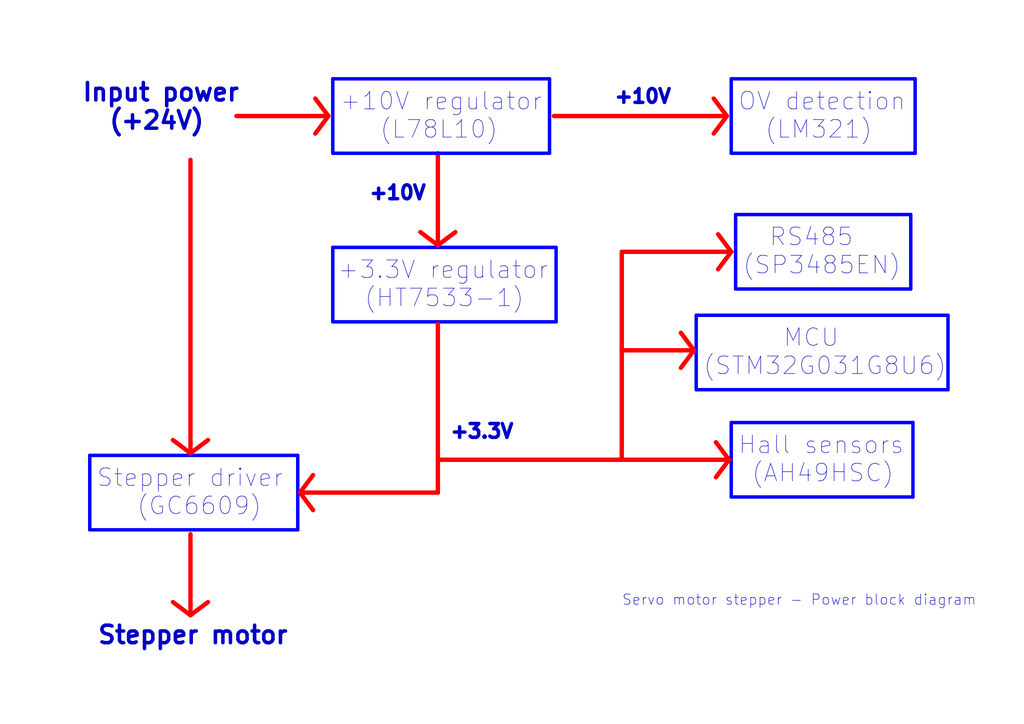
<source format=kicad_sch>
(kicad_sch
	(version 20231120)
	(generator "eeschema")
	(generator_version "8.0")
	(uuid "55f62029-af66-4168-97aa-c791fab7ce0f")
	(paper "A4")
	(title_block
		(title "Servo motor stepper M3 -  Power block diagram")
		(date "2024-11-26")
		(rev "V11RC4")
	)
	(lib_symbols)
	(polyline
		(pts
			(xy 127 70.485) (xy 127 44.45)
		)
		(stroke
			(width 1.27)
			(type solid)
			(color 255 0 0 1)
		)
		(uuid "0760f922-2895-47c8-a6ac-e5453a24274d")
	)
	(polyline
		(pts
			(xy 96.52 71.755) (xy 96.52 93.345)
		)
		(stroke
			(width 1)
			(type solid)
			(color 0 0 255 1)
		)
		(uuid "08c47f13-917d-4967-bdcf-cab49ca7036e")
	)
	(polyline
		(pts
			(xy 201.93 91.44) (xy 274.955 91.44)
		)
		(stroke
			(width 1)
			(type solid)
			(color 0 0 255 1)
		)
		(uuid "099af3c6-e3ba-45f4-b115-78786c9de062")
	)
	(polyline
		(pts
			(xy 26.035 132.08) (xy 86.36 132.08)
		)
		(stroke
			(width 1)
			(type solid)
			(color 0 0 255 1)
		)
		(uuid "0ba0ecb6-3dc6-4de1-9b14-3b7c63aa9e7a")
	)
	(polyline
		(pts
			(xy 96.52 22.86) (xy 96.52 44.45)
		)
		(stroke
			(width 1)
			(type solid)
			(color 0 0 255 1)
		)
		(uuid "0ee46013-6e34-43a2-8af6-0693c051eacf")
	)
	(polyline
		(pts
			(xy 212.09 22.86) (xy 212.09 44.45)
		)
		(stroke
			(width 1)
			(type solid)
			(color 0 0 255 1)
		)
		(uuid "128a59eb-eaaf-451f-983f-338d4ba8ee69")
	)
	(polyline
		(pts
			(xy 90.805 147.955) (xy 86.995 142.875)
		)
		(stroke
			(width 1.27)
			(type solid)
			(color 255 0 0 1)
		)
		(uuid "1aa5f4c7-b818-4ec8-9295-80ca81b64cf7")
	)
	(polyline
		(pts
			(xy 207.01 28.575) (xy 210.82 33.655)
		)
		(stroke
			(width 1.27)
			(type solid)
			(color 255 0 0 1)
		)
		(uuid "20153b9a-29ce-4242-9855-7c2667f4ca7e")
	)
	(polyline
		(pts
			(xy 264.16 62.23) (xy 264.16 83.82)
		)
		(stroke
			(width 1)
			(type solid)
			(color 0 0 255 1)
		)
		(uuid "2046a2cc-5efb-4571-9198-a8edae1c2bae")
	)
	(polyline
		(pts
			(xy 60.325 174.625) (xy 55.245 178.435)
		)
		(stroke
			(width 1.27)
			(type solid)
			(color 255 0 0 1)
		)
		(uuid "23e82d5a-b466-4558-b326-a9fdf51f09f5")
	)
	(polyline
		(pts
			(xy 264.795 122.555) (xy 264.795 144.145)
		)
		(stroke
			(width 1)
			(type solid)
			(color 0 0 255 1)
		)
		(uuid "2428bfad-0835-479a-a280-ebaeda221c39")
	)
	(polyline
		(pts
			(xy 55.245 131.445) (xy 50.165 127.635)
		)
		(stroke
			(width 1.27)
			(type solid)
			(color 255 0 0 1)
		)
		(uuid "29e97d34-7e5e-4696-b8e9-50a7155d98c8")
	)
	(polyline
		(pts
			(xy 159.385 44.45) (xy 96.52 44.45)
		)
		(stroke
			(width 1)
			(type solid)
			(color 0 0 255 1)
		)
		(uuid "2a516e6a-7e5e-428c-b6d7-67e08c240ef1")
	)
	(polyline
		(pts
			(xy 55.245 131.445) (xy 55.245 46.355)
		)
		(stroke
			(width 1.27)
			(type solid)
			(color 255 0 0 1)
		)
		(uuid "2d90fd2e-e5af-4678-9923-5ffb94099eec")
	)
	(polyline
		(pts
			(xy 161.29 71.755) (xy 161.29 93.345)
		)
		(stroke
			(width 1)
			(type solid)
			(color 0 0 255 1)
		)
		(uuid "30c1cc30-6501-42b7-80db-5f617a73f3f6")
	)
	(polyline
		(pts
			(xy 210.82 33.655) (xy 207.01 38.735)
		)
		(stroke
			(width 1.27)
			(type solid)
			(color 255 0 0 1)
		)
		(uuid "31edefd9-cfc3-40d1-8704-b81334c4b41e")
	)
	(polyline
		(pts
			(xy 86.995 142.875) (xy 127 142.875)
		)
		(stroke
			(width 1.27)
			(type solid)
			(color 255 0 0 1)
		)
		(uuid "32dd8a82-f8b8-4819-a7bf-df61169fb3e4")
	)
	(polyline
		(pts
			(xy 95.25 33.655) (xy 91.44 38.735)
		)
		(stroke
			(width 1.27)
			(type solid)
			(color 255 0 0 1)
		)
		(uuid "356f78ec-2114-48cc-a20d-3b215cdd62a1")
	)
	(polyline
		(pts
			(xy 208.28 67.945) (xy 212.09 73.025)
		)
		(stroke
			(width 1.27)
			(type solid)
			(color 255 0 0 1)
		)
		(uuid "367c22a1-23f0-45ac-b95a-293cfc30708c")
	)
	(polyline
		(pts
			(xy 265.43 44.45) (xy 212.09 44.45)
		)
		(stroke
			(width 1)
			(type solid)
			(color 0 0 255 1)
		)
		(uuid "36f20d3e-3191-4bef-af56-4bf7234e707a")
	)
	(polyline
		(pts
			(xy 86.36 153.67) (xy 26.035 153.67)
		)
		(stroke
			(width 1)
			(type solid)
			(color 0 0 255 1)
		)
		(uuid "381b195a-bace-43c4-8204-3a834659cbe8")
	)
	(polyline
		(pts
			(xy 127 142.875) (xy 127 93.98)
		)
		(stroke
			(width 1.27)
			(type solid)
			(color 255 0 0 1)
		)
		(uuid "38f319de-e7c2-4041-a1ab-41f641d20965")
	)
	(polyline
		(pts
			(xy 212.09 122.555) (xy 212.09 144.145)
		)
		(stroke
			(width 1)
			(type solid)
			(color 0 0 255 1)
		)
		(uuid "3bd52679-f842-4ea3-bb03-5129678342c7")
	)
	(polyline
		(pts
			(xy 55.245 178.435) (xy 50.165 174.625)
		)
		(stroke
			(width 1.27)
			(type solid)
			(color 255 0 0 1)
		)
		(uuid "3e98546b-be11-4ff5-8db1-9ecefb755382")
	)
	(polyline
		(pts
			(xy 265.43 22.86) (xy 265.43 44.45)
		)
		(stroke
			(width 1)
			(type solid)
			(color 0 0 255 1)
		)
		(uuid "4058ad47-4cdf-47a2-9011-706ec242ee8c")
	)
	(polyline
		(pts
			(xy 211.455 133.35) (xy 207.645 138.43)
		)
		(stroke
			(width 1.27)
			(type solid)
			(color 255 0 0 1)
		)
		(uuid "459ba489-5eae-4fed-9361-18c988a93af8")
	)
	(polyline
		(pts
			(xy 264.795 144.145) (xy 212.09 144.145)
		)
		(stroke
			(width 1)
			(type solid)
			(color 0 0 255 1)
		)
		(uuid "49de5d49-f763-40fa-824b-9e53a19975f3")
	)
	(polyline
		(pts
			(xy 60.325 127.635) (xy 55.245 131.445)
		)
		(stroke
			(width 1.27)
			(type solid)
			(color 255 0 0 1)
		)
		(uuid "5baae11c-6968-424f-b23a-0056d7943a49")
	)
	(polyline
		(pts
			(xy 86.36 132.08) (xy 86.36 153.67)
		)
		(stroke
			(width 1)
			(type solid)
			(color 0 0 255 1)
		)
		(uuid "61ea01bd-207b-4932-99e6-13c7385b9dee")
	)
	(polyline
		(pts
			(xy 201.295 101.6) (xy 197.485 106.68)
		)
		(stroke
			(width 1.27)
			(type solid)
			(color 255 0 0 1)
		)
		(uuid "6724632d-0639-41e3-80ab-dad4a22b709d")
	)
	(polyline
		(pts
			(xy 211.455 133.35) (xy 127.635 133.35)
		)
		(stroke
			(width 1.27)
			(type solid)
			(color 255 0 0 1)
		)
		(uuid "6dc5cba6-da1c-4784-831d-e888a364cd5e")
	)
	(polyline
		(pts
			(xy 94.615 33.655) (xy 68.58 33.655)
		)
		(stroke
			(width 1.27)
			(type solid)
			(color 255 0 0 1)
		)
		(uuid "707ad863-5e98-48b7-adc8-edb6ab032d65")
	)
	(polyline
		(pts
			(xy 96.52 22.86) (xy 159.385 22.86)
		)
		(stroke
			(width 1)
			(type solid)
			(color 0 0 255 1)
		)
		(uuid "7467e8b2-452d-46a7-8e8a-70600058dcb6")
	)
	(polyline
		(pts
			(xy 161.29 93.345) (xy 96.52 93.345)
		)
		(stroke
			(width 1)
			(type solid)
			(color 0 0 255 1)
		)
		(uuid "7812acbc-d29d-45ed-9aef-20fc3fb835f8")
	)
	(polyline
		(pts
			(xy 212.09 73.025) (xy 208.28 78.105)
		)
		(stroke
			(width 1.27)
			(type solid)
			(color 255 0 0 1)
		)
		(uuid "7b43c578-3a13-4222-8412-1649f9e52d9f")
	)
	(polyline
		(pts
			(xy 212.09 73.025) (xy 180.975 73.025)
		)
		(stroke
			(width 1.27)
			(type solid)
			(color 255 0 0 1)
		)
		(uuid "7b89f781-14a3-4feb-a1a9-3528769478eb")
	)
	(polyline
		(pts
			(xy 132.08 67.31) (xy 127 71.12)
		)
		(stroke
			(width 1.27)
			(type solid)
			(color 255 0 0 1)
		)
		(uuid "7e7fea60-e562-4b7d-bbfd-97d7dab99a19")
	)
	(polyline
		(pts
			(xy 213.36 62.23) (xy 213.36 83.82)
		)
		(stroke
			(width 1)
			(type solid)
			(color 0 0 255 1)
		)
		(uuid "82382b04-0f6c-4c3f-a50d-dfd6b4f996c2")
	)
	(polyline
		(pts
			(xy 207.645 128.27) (xy 211.455 133.35)
		)
		(stroke
			(width 1.27)
			(type solid)
			(color 255 0 0 1)
		)
		(uuid "82b8dfc2-6417-4b95-97aa-f612454a96ea")
	)
	(polyline
		(pts
			(xy 86.995 142.875) (xy 90.805 137.795)
		)
		(stroke
			(width 1.27)
			(type solid)
			(color 255 0 0 1)
		)
		(uuid "892f7940-218a-4aa4-8242-2e3b3fe4bac8")
	)
	(polyline
		(pts
			(xy 212.09 22.86) (xy 265.43 22.86)
		)
		(stroke
			(width 1)
			(type solid)
			(color 0 0 255 1)
		)
		(uuid "89829829-87be-4c85-be83-fc20e956cf86")
	)
	(polyline
		(pts
			(xy 96.52 71.755) (xy 161.29 71.755)
		)
		(stroke
			(width 1)
			(type solid)
			(color 0 0 255 1)
		)
		(uuid "8c9f6409-9e9f-402b-8c66-ca125160792d")
	)
	(polyline
		(pts
			(xy 159.385 22.86) (xy 159.385 44.45)
		)
		(stroke
			(width 1)
			(type solid)
			(color 0 0 255 1)
		)
		(uuid "915d7184-04c9-49ca-aaa9-914f0b084126")
	)
	(polyline
		(pts
			(xy 212.09 122.555) (xy 264.795 122.555)
		)
		(stroke
			(width 1)
			(type solid)
			(color 0 0 255 1)
		)
		(uuid "9273b747-ff37-4646-9d50-211c9b60cad8")
	)
	(polyline
		(pts
			(xy 180.34 132.715) (xy 180.34 73.025)
		)
		(stroke
			(width 1.27)
			(type solid)
			(color 255 0 0 1)
		)
		(uuid "958ae777-dc01-40ba-90b2-af4885f9205c")
	)
	(polyline
		(pts
			(xy 201.93 91.44) (xy 201.93 113.03)
		)
		(stroke
			(width 1)
			(type solid)
			(color 0 0 255 1)
		)
		(uuid "97be4e87-00c1-47b9-ae02-61aa380c54df")
	)
	(polyline
		(pts
			(xy 91.44 28.575) (xy 95.25 33.655)
		)
		(stroke
			(width 1.27)
			(type solid)
			(color 255 0 0 1)
		)
		(uuid "b72b35d9-e30f-4b66-83b6-d5fb0b51651e")
	)
	(polyline
		(pts
			(xy 55.245 178.435) (xy 55.245 154.94)
		)
		(stroke
			(width 1.27)
			(type solid)
			(color 255 0 0 1)
		)
		(uuid "c0725f64-cc8e-41ea-9323-849eae6d83f0")
	)
	(polyline
		(pts
			(xy 127 71.12) (xy 121.92 67.31)
		)
		(stroke
			(width 1.27)
			(type solid)
			(color 255 0 0 1)
		)
		(uuid "c5e854f3-6e43-4130-803e-3de3b4c4ea52")
	)
	(polyline
		(pts
			(xy 213.36 62.23) (xy 264.16 62.23)
		)
		(stroke
			(width 1)
			(type solid)
			(color 0 0 255 1)
		)
		(uuid "cc5a85f9-17a2-4bf2-9873-fa03998a4d5b")
	)
	(polyline
		(pts
			(xy 274.955 113.03) (xy 201.93 113.03)
		)
		(stroke
			(width 1)
			(type solid)
			(color 0 0 255 1)
		)
		(uuid "d58f85aa-62bc-4a1e-94de-47de0a707117")
	)
	(polyline
		(pts
			(xy 201.295 101.6) (xy 180.34 101.6)
		)
		(stroke
			(width 1.27)
			(type solid)
			(color 255 0 0 1)
		)
		(uuid "d740958a-8a63-47a5-aab0-f0eb054261e7")
	)
	(polyline
		(pts
			(xy 26.035 132.08) (xy 26.035 153.67)
		)
		(stroke
			(width 1)
			(type solid)
			(color 0 0 255 1)
		)
		(uuid "e5daab75-81a4-448b-be38-25c688377312")
	)
	(polyline
		(pts
			(xy 264.16 83.82) (xy 213.36 83.82)
		)
		(stroke
			(width 1)
			(type solid)
			(color 0 0 255 1)
		)
		(uuid "e8ce1f4f-5f86-4146-a9a3-1c7386e3ba0d")
	)
	(polyline
		(pts
			(xy 274.955 91.44) (xy 274.955 113.03)
		)
		(stroke
			(width 1)
			(type solid)
			(color 0 0 255 1)
		)
		(uuid "f4509fee-ea51-418d-82b2-57cba5c2dbb1")
	)
	(polyline
		(pts
			(xy 197.485 96.52) (xy 201.295 101.6)
		)
		(stroke
			(width 1.27)
			(type solid)
			(color 255 0 0 1)
		)
		(uuid "f4fcbbe6-8768-4f2a-b704-669d57c34748")
	)
	(polyline
		(pts
			(xy 209.55 33.655) (xy 160.655 33.655)
		)
		(stroke
			(width 1.27)
			(type solid)
			(color 255 0 0 1)
		)
		(uuid "f6fb95ec-ea08-4301-9b4e-f50074fec474")
	)
	(text "+3.3V"
		(exclude_from_sim no)
		(at 130.175 127.635 0)
		(effects
			(font
				(size 4 4)
				(thickness 1.016)
				(bold yes)
			)
			(justify left bottom)
		)
		(uuid "0f88e1cd-1acc-420c-a5d3-2b2eca6196f4")
	)
	(text "Stepper driver\n   (GC6609)"
		(exclude_from_sim no)
		(at 27.94 149.86 0)
		(effects
			(font
				(size 5.08 5.08)
			)
			(justify left bottom)
		)
		(uuid "19018dad-7b0b-4c6e-a3c7-90eb56308765")
	)
	(text "+10V"
		(exclude_from_sim no)
		(at 177.8 30.48 0)
		(effects
			(font
				(size 4 4)
				(thickness 1.016)
				(bold yes)
			)
			(justify left bottom)
		)
		(uuid "2c3160ad-858d-4dff-893e-77c80c13788a")
	)
	(text "  RS485\n(SP3485EN)"
		(exclude_from_sim no)
		(at 215.265 80.01 0)
		(effects
			(font
				(size 5.08 5.08)
			)
			(justify left bottom)
		)
		(uuid "2c4caf99-ebe7-45d6-8908-5ef97d1b90d0")
	)
	(text "Hall sensors\n (AH49HSC)"
		(exclude_from_sim no)
		(at 213.995 140.335 0)
		(effects
			(font
				(size 5.08 5.08)
			)
			(justify left bottom)
		)
		(uuid "3b6efd3a-08c3-47dc-ae7a-fadb9eb86e60")
	)
	(text "Servo motor stepper - Power block diagram"
		(exclude_from_sim no)
		(at 180.34 175.895 0)
		(effects
			(font
				(size 3 3)
			)
			(justify left bottom)
		)
		(uuid "3fd9ddcc-72d2-42be-a9e9-473134046d15")
	)
	(text "+3.3V regulator\n  (HT7533-1)"
		(exclude_from_sim no)
		(at 97.79 89.535 0)
		(effects
			(font
				(size 5.08 5.08)
			)
			(justify left bottom)
		)
		(uuid "4dbb7f0c-22df-430f-a188-c2182b71f188")
	)
	(text "+10V regulator\n   (L78L10)"
		(exclude_from_sim no)
		(at 98.425 40.64 0)
		(effects
			(font
				(size 5.08 5.08)
			)
			(justify left bottom)
		)
		(uuid "55a4fa1e-976e-4f25-96df-811fa8284673")
	)
	(text "OV detection\n  (LM321)"
		(exclude_from_sim no)
		(at 213.995 40.64 0)
		(effects
			(font
				(size 5.08 5.08)
			)
			(justify left bottom)
		)
		(uuid "5dc3ea5d-7825-4e74-8a8e-029be85986e7")
	)
	(text "Input power\n  (+24V)"
		(exclude_from_sim no)
		(at 23.495 38.1 0)
		(effects
			(font
				(size 5.08 5.08)
				(thickness 1.016)
				(bold yes)
			)
			(justify left bottom)
		)
		(uuid "67344b4e-ad4a-4184-bd91-314fb3bafa12")
	)
	(text "+10V"
		(exclude_from_sim no)
		(at 106.68 58.42 0)
		(effects
			(font
				(size 4 4)
				(thickness 1.016)
				(bold yes)
			)
			(justify left bottom)
		)
		(uuid "6cf449ce-8883-4dbf-b286-7a011785b9e1")
	)
	(text "Stepper motor"
		(exclude_from_sim no)
		(at 27.94 187.325 0)
		(effects
			(font
				(size 5.08 5.08)
				(thickness 1.016)
				(bold yes)
			)
			(justify left bottom)
		)
		(uuid "c91e233b-d3d2-4a41-8739-7709e0090b2f")
	)
	(text "      MCU\n(STM32G031G8U6)"
		(exclude_from_sim no)
		(at 203.835 109.22 0)
		(effects
			(font
				(size 5.08 5.08)
			)
			(justify left bottom)
		)
		(uuid "fd1596d0-6040-4fee-89c6-7e7f3ad65f37")
	)
)

</source>
